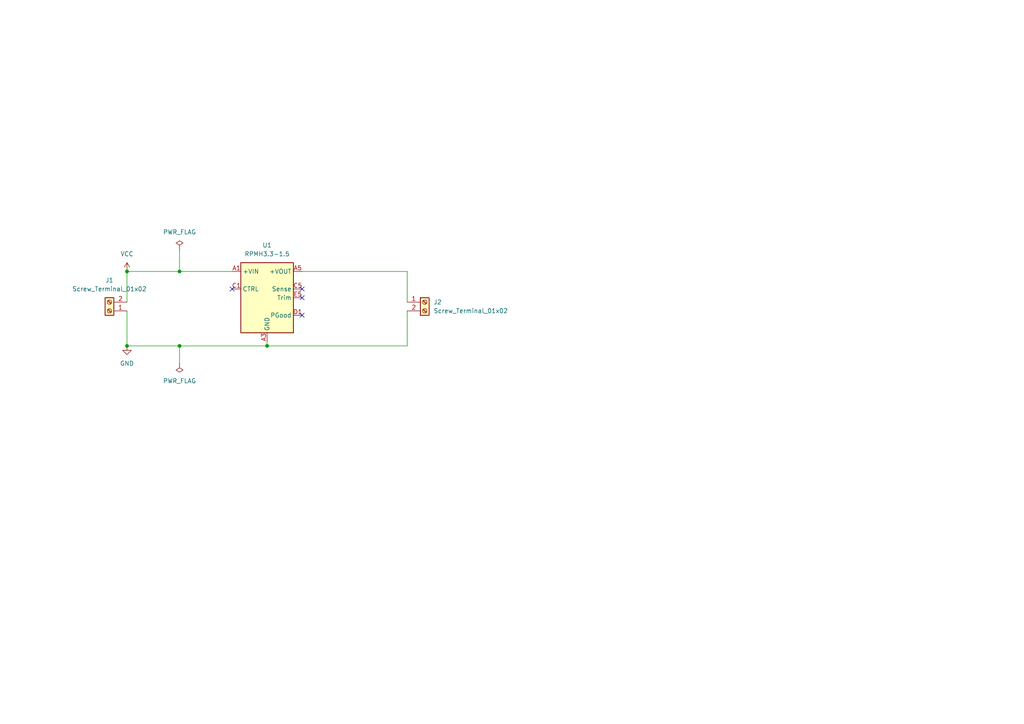
<source format=kicad_sch>
(kicad_sch (version 20230121) (generator eeschema)
  (paper "A4")
  (lib_symbols
    (symbol "Connector:Screw_Terminal_01x02" (pin_names (offset 1.016) hide)
      (property "Reference" "J" (at 0 2.54 0))
      (property "Value" "Screw_Terminal_01x02" (at 0 -5.08 0))
      (symbol "Screw_Terminal_01x02_1_1"
        (rectangle (start -1.27 1.27) (end 1.27 -3.81) (stroke (width 0.254)) (fill (type background)))
        (circle (center 0 -2.54) (radius 0.635) (stroke (width 0.1524)))
        (polyline (pts (xy -0.5334 -2.2098) (xy 0.3302 -3.048)) (stroke (width 0.1524)))
        (polyline (pts (xy -0.5334 0.3302) (xy 0.3302 -0.508)) (stroke (width 0.1524)))
        (polyline (pts (xy -0.3556 -2.032) (xy 0.508 -2.8702)) (stroke (width 0.1524)))
        (polyline (pts (xy -0.3556 0.508) (xy 0.508 -0.3302)) (stroke (width 0.1524)))
        (circle (center 0 0) (radius 0.635) (stroke (width 0.1524)))
        (pin passive line (at -5.08 0 0) (length 3.81) (name "Pin_1") (number "1"))
        (pin passive line (at -5.08 -2.54 0) (length 3.81) (name "Pin_2") (number "2"))
      )
    )
    (symbol "Converter_DCDC:RPMH3.3-1.5"
      (property "Reference" "U" (at -6.35 13.335 0))
      (property "Value" "RPMH3.3-1.5" (at -0.635 11.43 0))
      (symbol "RPMH3.3-1.5_0_1"
        (rectangle (start -7.62 10.16) (end 7.62 -10.16) (stroke (width 0.254)) (fill (type background)))
      )
      (symbol "RPMH3.3-1.5_1_1"
        (pin power_in line (at -10.16 7.62 0) (length 2.54) (name "+VIN") (number "A1"))
        (pin passive line (at -10.16 7.62 0) (length 2.54) hide (name "+VIN") (number "A2"))
        (pin power_in line (at 0 -12.7 90) (length 2.54) (name "GND") (number "A3"))
        (pin passive line (at 0 -12.7 90) (length 2.54) hide (name "GND") (number "A4"))
        (pin power_out line (at 10.16 7.62 180) (length 2.54) (name "+VOUT") (number "A5"))
        (pin passive line (at 0 -12.7 90) (length 2.54) hide (name "GND") (number "B1"))
        (pin passive line (at 0 -12.7 90) (length 2.54) hide (name "GND") (number "B2"))
        (pin passive line (at 0 -12.7 90) (length 2.54) hide (name "GND") (number "B3"))
        (pin passive line (at 0 -12.7 90) (length 2.54) hide (name "GND") (number "B4"))
        (pin passive line (at 10.16 7.62 180) (length 2.54) hide (name "+VOUT") (number "B5"))
        (pin input line (at -10.16 2.54 0) (length 2.54) (name "CTRL") (number "C1"))
        (pin passive line (at 0 -12.7 90) (length 2.54) hide (name "GND") (number "C2"))
        (pin passive line (at 0 -12.7 90) (length 2.54) hide (name "GND") (number "C3"))
        (pin passive line (at 0 -12.7 90) (length 2.54) hide (name "GND") (number "C4"))
        (pin input line (at 10.16 2.54 180) (length 2.54) (name "Sense") (number "C5"))
        (pin output line (at 10.16 -5.08 180) (length 2.54) (name "PGood") (number "D1"))
        (pin passive line (at 0 -12.7 90) (length 2.54) hide (name "GND") (number "D2"))
        (pin passive line (at 0 -12.7 90) (length 2.54) hide (name "GND") (number "D3"))
        (pin passive line (at 0 -12.7 90) (length 2.54) hide (name "GND") (number "D4"))
        (pin passive line (at 0 -12.7 90) (length 2.54) hide (name "GND") (number "D5"))
        (pin no_connect line (at -7.62 -2.54 0) (length 2.54) hide (name "NC") (number "E1"))
        (pin no_connect line (at -7.62 -5.08 0) (length 2.54) hide (name "NC") (number "E2"))
        (pin passive line (at 0 -12.7 90) (length 2.54) hide (name "GND") (number "E3"))
        (pin passive line (at 0 -12.7 90) (length 2.54) hide (name "GND") (number "E4"))
        (pin input line (at 10.16 0 180) (length 2.54) (name "Trim") (number "E5"))
      )
    )
    (symbol "power:GND" (power) (pin_names (offset 0))
      (property "Value" "GND" (at 0 -3.81 0))
      (symbol "GND_0_1"
        (polyline (pts (xy 0 0) (xy 0 -1.27) (xy 1.27 -1.27) (xy 0 -2.54) (xy -1.27 -1.27) (xy 0 -1.27)))
      )
      (symbol "GND_1_1"
        (pin power_in line (at 0 0 270) (length 0) hide (name "GND") (number "1"))
      )
    )
    (symbol "power:PWR_FLAG" (power) (pin_numbers hide) (pin_names (offset 0) hide)
      (property "Value" "PWR_FLAG" (at 0 3.81 0))
      (symbol "PWR_FLAG_0_0"
        (pin power_out line (at 0 0 90) (length 0) (name "pwr") (number "1"))
      )
      (symbol "PWR_FLAG_0_1"
        (polyline (pts (xy 0 0) (xy 0 1.27) (xy -1.016 1.905) (xy 0 2.54) (xy 1.016 1.905) (xy 0 1.27)))
      )
    )
    (symbol "power:VCC" (power) (pin_names (offset 0))
      (property "Value" "VCC" (at 0 3.81 0))
      (symbol "VCC_0_1"
        (polyline (pts (xy -0.762 1.27) (xy 0 2.54)))
        (polyline (pts (xy 0 0) (xy 0 2.54)))
        (polyline (pts (xy 0 2.54) (xy 0.762 1.27)))
      )
      (symbol "VCC_1_1"
        (pin power_in line (at 0 0 90) (length 0) hide (name "VCC") (number "1"))
      )
    )
  )
  (junction (at 36.83 100.33))
  (junction (at 52.07 100.33))
  (junction (at 36.83 78.74))
  (junction (at 52.07 78.74))
  (junction (at 77.47 100.33))
  (no_connect (at 87.63 86.36))
  (no_connect (at 87.63 91.44))
  (no_connect (at 87.63 83.82))
  (no_connect (at 67.31 83.82))
  (wire (pts (xy 52.07 100.33) (xy 77.47 100.33)))
  (wire (pts (xy 118.11 100.33) (xy 118.11 90.17)))
  (wire (pts (xy 118.11 78.74) (xy 118.11 87.63)))
  (wire (pts (xy 52.07 78.74) (xy 67.31 78.74)))
  (wire (pts (xy 52.07 72.39) (xy 52.07 78.74)))
  (wire (pts (xy 52.07 100.33) (xy 52.07 105.41)))
  (wire (pts (xy 77.47 100.33) (xy 118.11 100.33)))
  (wire (pts (xy 36.83 78.74) (xy 52.07 78.74)))
  (wire (pts (xy 77.47 100.33) (xy 77.47 99.06)))
  (wire (pts (xy 36.83 100.33) (xy 52.07 100.33)))
  (wire (pts (xy 87.63 78.74) (xy 118.11 78.74)))
  (wire (pts (xy 36.83 78.74) (xy 36.83 87.63)))
  (wire (pts (xy 36.83 90.17) (xy 36.83 100.33)))
  (symbol (lib_id "Converter_DCDC:RPMH3.3-1.5") (at 77.47 86.36 0) (unit 1)
    (property "Reference" "U1" (at 77.47 71.12 0))
    (property "Value" "RPMH3.3-1.5" (at 77.47 73.66 0))
    (property "Footprint" "Converter_DCDC:Converter_DCDC_RECOM_RPMx.x-x.0" (effects hide))
    (property "Datasheet" "https://recom-power.com/pdf/Innoline/RPMH-1.5.pdf" (effects hide))
  )
  (symbol (lib_id "Connector:Screw_Terminal_01x02") (at 31.75 90.17 180) (unit 1)
    (property "Reference" "J1" (at 31.75 81.28 0))
    (property "Value" "Screw_Terminal_01x02" (at 31.75 83.82 0))
  )
  (symbol (lib_id "Connector:Screw_Terminal_01x02") (at 123.19 87.63 0) (unit 1)
    (property "Reference" "J2" (at 125.73 87.63 0) (effects (justify left)))
    (property "Value" "Screw_Terminal_01x02" (at 125.73 90.17 0) (effects (justify left)))
  )
  (symbol (lib_id "power:GND") (at 36.83 100.33 0) (unit 1)
    (property "Reference" "#PWR01" (effects hide))
    (property "Value" "GND" (at 36.83 105.41 0))
  )
  (symbol (lib_id "power:PWR_FLAG") (at 52.07 105.41 180) (unit 1)
    (property "Reference" "#FLG02" (effects hide))
    (property "Value" "PWR_FLAG" (at 52.07 110.49 0))
  )
  (symbol (lib_id "power:PWR_FLAG") (at 52.07 72.39 0) (unit 1)
    (property "Reference" "#FLG01" (effects hide))
    (property "Value" "PWR_FLAG" (at 52.07 67.31 0))
  )
  (symbol (lib_id "power:VCC") (at 36.83 78.74 0) (unit 1)
    (property "Reference" "#PWR02" (effects hide))
    (property "Value" "VCC" (at 36.83 73.66 0))
  )
)
</source>
